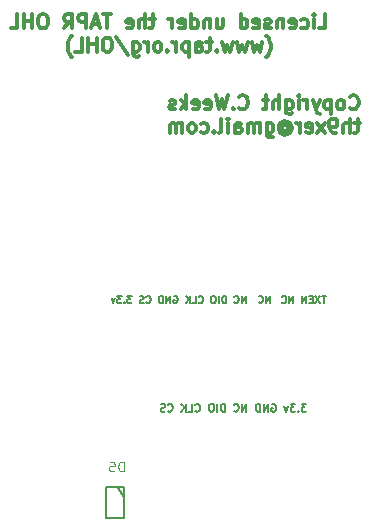
<source format=gbo>
G04 (created by PCBNEW (2013-03-19 BZR 4004)-stable) date 27/05/2013 10:57:22*
%MOIN*%
G04 Gerber Fmt 3.4, Leading zero omitted, Abs format*
%FSLAX34Y34*%
G01*
G70*
G90*
G04 APERTURE LIST*
%ADD10C,2.3622e-006*%
%ADD11C,0.00590551*%
%ADD12C,0.0118*%
%ADD13C,0.005*%
%ADD14C,0.0047*%
G04 APERTURE END LIST*
G54D10*
G54D11*
X49205Y-32845D02*
X49205Y-32609D01*
X49070Y-32845D01*
X49070Y-32609D01*
X48823Y-32823D02*
X48834Y-32834D01*
X48868Y-32845D01*
X48890Y-32845D01*
X48924Y-32834D01*
X48946Y-32811D01*
X48958Y-32789D01*
X48969Y-32744D01*
X48969Y-32710D01*
X48958Y-32665D01*
X48946Y-32643D01*
X48924Y-32620D01*
X48890Y-32609D01*
X48868Y-32609D01*
X48834Y-32620D01*
X48823Y-32631D01*
X51062Y-32619D02*
X50927Y-32619D01*
X50994Y-32855D02*
X50994Y-32619D01*
X50871Y-32619D02*
X50713Y-32855D01*
X50713Y-32619D02*
X50871Y-32855D01*
X50623Y-32731D02*
X50544Y-32731D01*
X50511Y-32855D02*
X50623Y-32855D01*
X50623Y-32619D01*
X50511Y-32619D01*
X50409Y-32855D02*
X50409Y-32619D01*
X50275Y-32855D01*
X50275Y-32619D01*
X49982Y-32855D02*
X49982Y-32619D01*
X49847Y-32855D01*
X49847Y-32619D01*
X49600Y-32833D02*
X49611Y-32844D01*
X49645Y-32855D01*
X49667Y-32855D01*
X49701Y-32844D01*
X49723Y-32821D01*
X49735Y-32799D01*
X49746Y-32754D01*
X49746Y-32720D01*
X49735Y-32675D01*
X49723Y-32653D01*
X49701Y-32630D01*
X49667Y-32619D01*
X49645Y-32619D01*
X49611Y-32630D01*
X49600Y-32641D01*
X48397Y-32855D02*
X48397Y-32619D01*
X48262Y-32855D01*
X48262Y-32619D01*
X48014Y-32833D02*
X48026Y-32844D01*
X48059Y-32855D01*
X48082Y-32855D01*
X48116Y-32844D01*
X48138Y-32821D01*
X48149Y-32799D01*
X48161Y-32754D01*
X48161Y-32720D01*
X48149Y-32675D01*
X48138Y-32653D01*
X48116Y-32630D01*
X48082Y-32619D01*
X48059Y-32619D01*
X48026Y-32630D01*
X48014Y-32641D01*
X47733Y-32855D02*
X47733Y-32619D01*
X47677Y-32619D01*
X47643Y-32630D01*
X47621Y-32653D01*
X47609Y-32675D01*
X47598Y-32720D01*
X47598Y-32754D01*
X47609Y-32799D01*
X47621Y-32821D01*
X47643Y-32844D01*
X47677Y-32855D01*
X47733Y-32855D01*
X47497Y-32855D02*
X47497Y-32619D01*
X47339Y-32619D02*
X47294Y-32619D01*
X47272Y-32630D01*
X47249Y-32653D01*
X47238Y-32698D01*
X47238Y-32776D01*
X47249Y-32821D01*
X47272Y-32844D01*
X47294Y-32855D01*
X47339Y-32855D01*
X47362Y-32844D01*
X47384Y-32821D01*
X47396Y-32776D01*
X47396Y-32698D01*
X47384Y-32653D01*
X47362Y-32630D01*
X47339Y-32619D01*
X46822Y-32833D02*
X46833Y-32844D01*
X46867Y-32855D01*
X46889Y-32855D01*
X46923Y-32844D01*
X46946Y-32821D01*
X46957Y-32799D01*
X46968Y-32754D01*
X46968Y-32720D01*
X46957Y-32675D01*
X46946Y-32653D01*
X46923Y-32630D01*
X46889Y-32619D01*
X46867Y-32619D01*
X46833Y-32630D01*
X46822Y-32641D01*
X46608Y-32855D02*
X46721Y-32855D01*
X46721Y-32619D01*
X46529Y-32855D02*
X46529Y-32619D01*
X46394Y-32855D02*
X46496Y-32720D01*
X46394Y-32619D02*
X46529Y-32754D01*
X45990Y-32630D02*
X46012Y-32619D01*
X46046Y-32619D01*
X46080Y-32630D01*
X46102Y-32653D01*
X46113Y-32675D01*
X46125Y-32720D01*
X46125Y-32754D01*
X46113Y-32799D01*
X46102Y-32821D01*
X46080Y-32844D01*
X46046Y-32855D01*
X46023Y-32855D01*
X45990Y-32844D01*
X45978Y-32833D01*
X45978Y-32754D01*
X46023Y-32754D01*
X45877Y-32855D02*
X45877Y-32619D01*
X45742Y-32855D01*
X45742Y-32619D01*
X45630Y-32855D02*
X45630Y-32619D01*
X45573Y-32619D01*
X45540Y-32630D01*
X45517Y-32653D01*
X45506Y-32675D01*
X45495Y-32720D01*
X45495Y-32754D01*
X45506Y-32799D01*
X45517Y-32821D01*
X45540Y-32844D01*
X45573Y-32855D01*
X45630Y-32855D01*
X45078Y-32833D02*
X45090Y-32844D01*
X45123Y-32855D01*
X45146Y-32855D01*
X45180Y-32844D01*
X45202Y-32821D01*
X45213Y-32799D01*
X45225Y-32754D01*
X45225Y-32720D01*
X45213Y-32675D01*
X45202Y-32653D01*
X45180Y-32630D01*
X45146Y-32619D01*
X45123Y-32619D01*
X45090Y-32630D01*
X45078Y-32641D01*
X44988Y-32844D02*
X44955Y-32855D01*
X44898Y-32855D01*
X44876Y-32844D01*
X44865Y-32833D01*
X44853Y-32810D01*
X44853Y-32788D01*
X44865Y-32765D01*
X44876Y-32754D01*
X44898Y-32743D01*
X44943Y-32731D01*
X44966Y-32720D01*
X44977Y-32709D01*
X44988Y-32686D01*
X44988Y-32664D01*
X44977Y-32641D01*
X44966Y-32630D01*
X44943Y-32619D01*
X44887Y-32619D01*
X44853Y-32630D01*
X44595Y-32619D02*
X44448Y-32619D01*
X44527Y-32709D01*
X44493Y-32709D01*
X44471Y-32720D01*
X44460Y-32731D01*
X44448Y-32754D01*
X44448Y-32810D01*
X44460Y-32833D01*
X44471Y-32844D01*
X44493Y-32855D01*
X44561Y-32855D01*
X44583Y-32844D01*
X44595Y-32833D01*
X44347Y-32833D02*
X44336Y-32844D01*
X44347Y-32855D01*
X44358Y-32844D01*
X44347Y-32833D01*
X44347Y-32855D01*
X44257Y-32619D02*
X44111Y-32619D01*
X44190Y-32709D01*
X44156Y-32709D01*
X44134Y-32720D01*
X44122Y-32731D01*
X44111Y-32754D01*
X44111Y-32810D01*
X44122Y-32833D01*
X44134Y-32844D01*
X44156Y-32855D01*
X44223Y-32855D01*
X44246Y-32844D01*
X44257Y-32833D01*
X44032Y-32698D02*
X43976Y-32855D01*
X43920Y-32698D01*
X50417Y-36217D02*
X50258Y-36217D01*
X50344Y-36315D01*
X50307Y-36315D01*
X50283Y-36327D01*
X50270Y-36339D01*
X50258Y-36363D01*
X50258Y-36424D01*
X50270Y-36449D01*
X50283Y-36461D01*
X50307Y-36473D01*
X50380Y-36473D01*
X50405Y-36461D01*
X50417Y-36449D01*
X50149Y-36449D02*
X50136Y-36461D01*
X50149Y-36473D01*
X50161Y-36461D01*
X50149Y-36449D01*
X50149Y-36473D01*
X50051Y-36217D02*
X49893Y-36217D01*
X49978Y-36315D01*
X49941Y-36315D01*
X49917Y-36327D01*
X49905Y-36339D01*
X49893Y-36363D01*
X49893Y-36424D01*
X49905Y-36449D01*
X49917Y-36461D01*
X49941Y-36473D01*
X50015Y-36473D01*
X50039Y-36461D01*
X50051Y-36449D01*
X49807Y-36302D02*
X49746Y-36473D01*
X49686Y-36302D01*
X49259Y-36229D02*
X49283Y-36217D01*
X49320Y-36217D01*
X49357Y-36229D01*
X49381Y-36254D01*
X49393Y-36278D01*
X49405Y-36327D01*
X49405Y-36363D01*
X49393Y-36412D01*
X49381Y-36437D01*
X49357Y-36461D01*
X49320Y-36473D01*
X49296Y-36473D01*
X49259Y-36461D01*
X49247Y-36449D01*
X49247Y-36363D01*
X49296Y-36363D01*
X49137Y-36473D02*
X49137Y-36217D01*
X48991Y-36473D01*
X48991Y-36217D01*
X48869Y-36473D02*
X48869Y-36217D01*
X48808Y-36217D01*
X48772Y-36229D01*
X48747Y-36254D01*
X48735Y-36278D01*
X48723Y-36327D01*
X48723Y-36363D01*
X48735Y-36412D01*
X48747Y-36437D01*
X48772Y-36461D01*
X48808Y-36473D01*
X48869Y-36473D01*
X48418Y-36473D02*
X48418Y-36217D01*
X48272Y-36473D01*
X48272Y-36217D01*
X48004Y-36449D02*
X48016Y-36461D01*
X48053Y-36473D01*
X48077Y-36473D01*
X48114Y-36461D01*
X48138Y-36437D01*
X48150Y-36412D01*
X48162Y-36363D01*
X48162Y-36327D01*
X48150Y-36278D01*
X48138Y-36254D01*
X48114Y-36229D01*
X48077Y-36217D01*
X48053Y-36217D01*
X48016Y-36229D01*
X48004Y-36242D01*
X47699Y-36473D02*
X47699Y-36217D01*
X47638Y-36217D01*
X47602Y-36229D01*
X47577Y-36254D01*
X47565Y-36278D01*
X47553Y-36327D01*
X47553Y-36363D01*
X47565Y-36412D01*
X47577Y-36437D01*
X47602Y-36461D01*
X47638Y-36473D01*
X47699Y-36473D01*
X47443Y-36473D02*
X47443Y-36217D01*
X47273Y-36217D02*
X47224Y-36217D01*
X47200Y-36229D01*
X47175Y-36254D01*
X47163Y-36302D01*
X47163Y-36388D01*
X47175Y-36437D01*
X47200Y-36461D01*
X47224Y-36473D01*
X47273Y-36473D01*
X47297Y-36461D01*
X47321Y-36437D01*
X47334Y-36388D01*
X47334Y-36302D01*
X47321Y-36254D01*
X47297Y-36229D01*
X47273Y-36217D01*
X46712Y-36449D02*
X46724Y-36461D01*
X46761Y-36473D01*
X46785Y-36473D01*
X46822Y-36461D01*
X46846Y-36437D01*
X46858Y-36412D01*
X46871Y-36363D01*
X46871Y-36327D01*
X46858Y-36278D01*
X46846Y-36254D01*
X46822Y-36229D01*
X46785Y-36217D01*
X46761Y-36217D01*
X46724Y-36229D01*
X46712Y-36242D01*
X46481Y-36473D02*
X46602Y-36473D01*
X46602Y-36217D01*
X46395Y-36473D02*
X46395Y-36217D01*
X46249Y-36473D02*
X46359Y-36327D01*
X46249Y-36217D02*
X46395Y-36363D01*
X45798Y-36449D02*
X45810Y-36461D01*
X45847Y-36473D01*
X45871Y-36473D01*
X45908Y-36461D01*
X45932Y-36437D01*
X45944Y-36412D01*
X45957Y-36363D01*
X45957Y-36327D01*
X45944Y-36278D01*
X45932Y-36254D01*
X45908Y-36229D01*
X45871Y-36217D01*
X45847Y-36217D01*
X45810Y-36229D01*
X45798Y-36242D01*
X45701Y-36461D02*
X45664Y-36473D01*
X45603Y-36473D01*
X45579Y-36461D01*
X45567Y-36449D01*
X45554Y-36424D01*
X45554Y-36400D01*
X45567Y-36376D01*
X45579Y-36363D01*
X45603Y-36351D01*
X45652Y-36339D01*
X45676Y-36327D01*
X45689Y-36315D01*
X45701Y-36290D01*
X45701Y-36266D01*
X45689Y-36242D01*
X45676Y-36229D01*
X45652Y-36217D01*
X45591Y-36217D01*
X45554Y-36229D01*
G54D12*
X51865Y-26356D02*
X51888Y-26378D01*
X51955Y-26401D01*
X52000Y-26401D01*
X52067Y-26378D01*
X52112Y-26333D01*
X52135Y-26288D01*
X52157Y-26198D01*
X52157Y-26131D01*
X52135Y-26041D01*
X52112Y-25996D01*
X52067Y-25951D01*
X52000Y-25929D01*
X51955Y-25929D01*
X51888Y-25951D01*
X51865Y-25974D01*
X51595Y-26401D02*
X51640Y-26378D01*
X51663Y-26356D01*
X51685Y-26311D01*
X51685Y-26176D01*
X51663Y-26131D01*
X51640Y-26108D01*
X51595Y-26086D01*
X51528Y-26086D01*
X51483Y-26108D01*
X51461Y-26131D01*
X51438Y-26176D01*
X51438Y-26311D01*
X51461Y-26356D01*
X51483Y-26378D01*
X51528Y-26401D01*
X51595Y-26401D01*
X51236Y-26086D02*
X51236Y-26558D01*
X51236Y-26108D02*
X51191Y-26086D01*
X51101Y-26086D01*
X51056Y-26108D01*
X51034Y-26131D01*
X51011Y-26176D01*
X51011Y-26311D01*
X51034Y-26356D01*
X51056Y-26378D01*
X51101Y-26401D01*
X51191Y-26401D01*
X51236Y-26378D01*
X50854Y-26086D02*
X50741Y-26401D01*
X50629Y-26086D02*
X50741Y-26401D01*
X50786Y-26513D01*
X50809Y-26535D01*
X50854Y-26558D01*
X50449Y-26401D02*
X50449Y-26086D01*
X50449Y-26176D02*
X50427Y-26131D01*
X50404Y-26108D01*
X50359Y-26086D01*
X50314Y-26086D01*
X50157Y-26401D02*
X50157Y-26086D01*
X50157Y-25929D02*
X50179Y-25951D01*
X50157Y-25974D01*
X50135Y-25951D01*
X50157Y-25929D01*
X50157Y-25974D01*
X49730Y-26086D02*
X49730Y-26468D01*
X49752Y-26513D01*
X49775Y-26535D01*
X49820Y-26558D01*
X49887Y-26558D01*
X49932Y-26535D01*
X49730Y-26378D02*
X49775Y-26401D01*
X49865Y-26401D01*
X49910Y-26378D01*
X49932Y-26356D01*
X49955Y-26311D01*
X49955Y-26176D01*
X49932Y-26131D01*
X49910Y-26108D01*
X49865Y-26086D01*
X49775Y-26086D01*
X49730Y-26108D01*
X49505Y-26401D02*
X49505Y-25929D01*
X49303Y-26401D02*
X49303Y-26153D01*
X49325Y-26108D01*
X49370Y-26086D01*
X49438Y-26086D01*
X49483Y-26108D01*
X49505Y-26131D01*
X49146Y-26086D02*
X48966Y-26086D01*
X49078Y-25929D02*
X49078Y-26333D01*
X49056Y-26378D01*
X49011Y-26401D01*
X48966Y-26401D01*
X48179Y-26356D02*
X48202Y-26378D01*
X48269Y-26401D01*
X48314Y-26401D01*
X48381Y-26378D01*
X48426Y-26333D01*
X48449Y-26288D01*
X48471Y-26198D01*
X48471Y-26131D01*
X48449Y-26041D01*
X48426Y-25996D01*
X48381Y-25951D01*
X48314Y-25929D01*
X48269Y-25929D01*
X48202Y-25951D01*
X48179Y-25974D01*
X47977Y-26356D02*
X47954Y-26378D01*
X47977Y-26401D01*
X47999Y-26378D01*
X47977Y-26356D01*
X47977Y-26401D01*
X47797Y-25929D02*
X47685Y-26401D01*
X47595Y-26063D01*
X47505Y-26401D01*
X47392Y-25929D01*
X47033Y-26378D02*
X47078Y-26401D01*
X47168Y-26401D01*
X47213Y-26378D01*
X47235Y-26333D01*
X47235Y-26153D01*
X47213Y-26108D01*
X47168Y-26086D01*
X47078Y-26086D01*
X47033Y-26108D01*
X47010Y-26153D01*
X47010Y-26198D01*
X47235Y-26243D01*
X46628Y-26378D02*
X46673Y-26401D01*
X46763Y-26401D01*
X46808Y-26378D01*
X46831Y-26333D01*
X46831Y-26153D01*
X46808Y-26108D01*
X46763Y-26086D01*
X46673Y-26086D01*
X46628Y-26108D01*
X46606Y-26153D01*
X46606Y-26198D01*
X46831Y-26243D01*
X46404Y-26401D02*
X46404Y-25929D01*
X46359Y-26221D02*
X46224Y-26401D01*
X46224Y-26086D02*
X46404Y-26266D01*
X46044Y-26378D02*
X45999Y-26401D01*
X45909Y-26401D01*
X45864Y-26378D01*
X45842Y-26333D01*
X45842Y-26311D01*
X45864Y-26266D01*
X45909Y-26243D01*
X45976Y-26243D01*
X46021Y-26221D01*
X46044Y-26176D01*
X46044Y-26153D01*
X46021Y-26108D01*
X45976Y-26086D01*
X45909Y-26086D01*
X45864Y-26108D01*
X52191Y-26865D02*
X52011Y-26865D01*
X52124Y-26707D02*
X52124Y-27112D01*
X52101Y-27157D01*
X52056Y-27179D01*
X52011Y-27179D01*
X51854Y-27179D02*
X51854Y-26707D01*
X51652Y-27179D02*
X51652Y-26932D01*
X51674Y-26887D01*
X51719Y-26865D01*
X51787Y-26865D01*
X51832Y-26887D01*
X51854Y-26910D01*
X51404Y-27179D02*
X51315Y-27179D01*
X51270Y-27157D01*
X51247Y-27134D01*
X51202Y-27067D01*
X51180Y-26977D01*
X51180Y-26797D01*
X51202Y-26752D01*
X51225Y-26730D01*
X51270Y-26707D01*
X51360Y-26707D01*
X51404Y-26730D01*
X51427Y-26752D01*
X51449Y-26797D01*
X51449Y-26910D01*
X51427Y-26955D01*
X51404Y-26977D01*
X51360Y-27000D01*
X51270Y-27000D01*
X51225Y-26977D01*
X51202Y-26955D01*
X51180Y-26910D01*
X51022Y-27179D02*
X50775Y-26865D01*
X51022Y-26865D02*
X50775Y-27179D01*
X50416Y-27157D02*
X50460Y-27179D01*
X50550Y-27179D01*
X50595Y-27157D01*
X50618Y-27112D01*
X50618Y-26932D01*
X50595Y-26887D01*
X50550Y-26865D01*
X50460Y-26865D01*
X50416Y-26887D01*
X50393Y-26932D01*
X50393Y-26977D01*
X50618Y-27022D01*
X50191Y-27179D02*
X50191Y-26865D01*
X50191Y-26955D02*
X50168Y-26910D01*
X50146Y-26887D01*
X50101Y-26865D01*
X50056Y-26865D01*
X49606Y-26955D02*
X49629Y-26932D01*
X49674Y-26910D01*
X49719Y-26910D01*
X49764Y-26932D01*
X49786Y-26955D01*
X49809Y-27000D01*
X49809Y-27044D01*
X49786Y-27089D01*
X49764Y-27112D01*
X49719Y-27134D01*
X49674Y-27134D01*
X49629Y-27112D01*
X49606Y-27089D01*
X49606Y-26910D02*
X49606Y-27089D01*
X49584Y-27112D01*
X49561Y-27112D01*
X49516Y-27089D01*
X49494Y-27044D01*
X49494Y-26932D01*
X49539Y-26865D01*
X49606Y-26820D01*
X49696Y-26797D01*
X49786Y-26820D01*
X49854Y-26865D01*
X49899Y-26932D01*
X49921Y-27022D01*
X49899Y-27112D01*
X49854Y-27179D01*
X49786Y-27224D01*
X49696Y-27247D01*
X49606Y-27224D01*
X49539Y-27179D01*
X49089Y-26865D02*
X49089Y-27247D01*
X49112Y-27292D01*
X49134Y-27314D01*
X49179Y-27337D01*
X49247Y-27337D01*
X49292Y-27314D01*
X49089Y-27157D02*
X49134Y-27179D01*
X49224Y-27179D01*
X49269Y-27157D01*
X49292Y-27134D01*
X49314Y-27089D01*
X49314Y-26955D01*
X49292Y-26910D01*
X49269Y-26887D01*
X49224Y-26865D01*
X49134Y-26865D01*
X49089Y-26887D01*
X48865Y-27179D02*
X48865Y-26865D01*
X48865Y-26910D02*
X48842Y-26887D01*
X48797Y-26865D01*
X48730Y-26865D01*
X48685Y-26887D01*
X48662Y-26932D01*
X48662Y-27179D01*
X48662Y-26932D02*
X48640Y-26887D01*
X48595Y-26865D01*
X48528Y-26865D01*
X48483Y-26887D01*
X48460Y-26932D01*
X48460Y-27179D01*
X48033Y-27179D02*
X48033Y-26932D01*
X48056Y-26887D01*
X48100Y-26865D01*
X48190Y-26865D01*
X48235Y-26887D01*
X48033Y-27157D02*
X48078Y-27179D01*
X48190Y-27179D01*
X48235Y-27157D01*
X48258Y-27112D01*
X48258Y-27067D01*
X48235Y-27022D01*
X48190Y-27000D01*
X48078Y-27000D01*
X48033Y-26977D01*
X47808Y-27179D02*
X47808Y-26865D01*
X47808Y-26707D02*
X47831Y-26730D01*
X47808Y-26752D01*
X47786Y-26730D01*
X47808Y-26707D01*
X47808Y-26752D01*
X47516Y-27179D02*
X47561Y-27157D01*
X47584Y-27112D01*
X47584Y-26707D01*
X47336Y-27134D02*
X47314Y-27157D01*
X47336Y-27179D01*
X47359Y-27157D01*
X47336Y-27134D01*
X47336Y-27179D01*
X46909Y-27157D02*
X46954Y-27179D01*
X47044Y-27179D01*
X47089Y-27157D01*
X47112Y-27134D01*
X47134Y-27089D01*
X47134Y-26955D01*
X47112Y-26910D01*
X47089Y-26887D01*
X47044Y-26865D01*
X46954Y-26865D01*
X46909Y-26887D01*
X46640Y-27179D02*
X46684Y-27157D01*
X46707Y-27134D01*
X46729Y-27089D01*
X46729Y-26955D01*
X46707Y-26910D01*
X46684Y-26887D01*
X46640Y-26865D01*
X46572Y-26865D01*
X46527Y-26887D01*
X46505Y-26910D01*
X46482Y-26955D01*
X46482Y-27089D01*
X46505Y-27134D01*
X46527Y-27157D01*
X46572Y-27179D01*
X46640Y-27179D01*
X46280Y-27179D02*
X46280Y-26865D01*
X46280Y-26910D02*
X46257Y-26887D01*
X46212Y-26865D01*
X46145Y-26865D01*
X46100Y-26887D01*
X46078Y-26932D01*
X46078Y-27179D01*
X46078Y-26932D02*
X46055Y-26887D01*
X46010Y-26865D01*
X45943Y-26865D01*
X45898Y-26887D01*
X45875Y-26932D01*
X45875Y-27179D01*
X50827Y-23703D02*
X51052Y-23703D01*
X51052Y-23231D01*
X50670Y-23703D02*
X50670Y-23388D01*
X50670Y-23231D02*
X50692Y-23253D01*
X50670Y-23276D01*
X50647Y-23253D01*
X50670Y-23231D01*
X50670Y-23276D01*
X50243Y-23680D02*
X50288Y-23703D01*
X50378Y-23703D01*
X50423Y-23680D01*
X50445Y-23658D01*
X50468Y-23613D01*
X50468Y-23478D01*
X50445Y-23433D01*
X50423Y-23410D01*
X50378Y-23388D01*
X50288Y-23388D01*
X50243Y-23410D01*
X49861Y-23680D02*
X49906Y-23703D01*
X49996Y-23703D01*
X50041Y-23680D01*
X50063Y-23635D01*
X50063Y-23455D01*
X50041Y-23410D01*
X49996Y-23388D01*
X49906Y-23388D01*
X49861Y-23410D01*
X49838Y-23455D01*
X49838Y-23500D01*
X50063Y-23545D01*
X49636Y-23388D02*
X49636Y-23703D01*
X49636Y-23433D02*
X49613Y-23410D01*
X49569Y-23388D01*
X49501Y-23388D01*
X49456Y-23410D01*
X49434Y-23455D01*
X49434Y-23703D01*
X49231Y-23680D02*
X49186Y-23703D01*
X49097Y-23703D01*
X49052Y-23680D01*
X49029Y-23635D01*
X49029Y-23613D01*
X49052Y-23568D01*
X49097Y-23545D01*
X49164Y-23545D01*
X49209Y-23523D01*
X49231Y-23478D01*
X49231Y-23455D01*
X49209Y-23410D01*
X49164Y-23388D01*
X49097Y-23388D01*
X49052Y-23410D01*
X48647Y-23680D02*
X48692Y-23703D01*
X48782Y-23703D01*
X48827Y-23680D01*
X48849Y-23635D01*
X48849Y-23455D01*
X48827Y-23410D01*
X48782Y-23388D01*
X48692Y-23388D01*
X48647Y-23410D01*
X48625Y-23455D01*
X48625Y-23500D01*
X48849Y-23545D01*
X48220Y-23703D02*
X48220Y-23231D01*
X48220Y-23680D02*
X48265Y-23703D01*
X48355Y-23703D01*
X48400Y-23680D01*
X48422Y-23658D01*
X48445Y-23613D01*
X48445Y-23478D01*
X48422Y-23433D01*
X48400Y-23410D01*
X48355Y-23388D01*
X48265Y-23388D01*
X48220Y-23410D01*
X47433Y-23388D02*
X47433Y-23703D01*
X47636Y-23388D02*
X47636Y-23635D01*
X47613Y-23680D01*
X47568Y-23703D01*
X47501Y-23703D01*
X47456Y-23680D01*
X47433Y-23658D01*
X47209Y-23388D02*
X47209Y-23703D01*
X47209Y-23433D02*
X47186Y-23410D01*
X47141Y-23388D01*
X47074Y-23388D01*
X47029Y-23410D01*
X47006Y-23455D01*
X47006Y-23703D01*
X46579Y-23703D02*
X46579Y-23231D01*
X46579Y-23680D02*
X46624Y-23703D01*
X46714Y-23703D01*
X46759Y-23680D01*
X46781Y-23658D01*
X46804Y-23613D01*
X46804Y-23478D01*
X46781Y-23433D01*
X46759Y-23410D01*
X46714Y-23388D01*
X46624Y-23388D01*
X46579Y-23410D01*
X46175Y-23680D02*
X46220Y-23703D01*
X46309Y-23703D01*
X46354Y-23680D01*
X46377Y-23635D01*
X46377Y-23455D01*
X46354Y-23410D01*
X46309Y-23388D01*
X46220Y-23388D01*
X46175Y-23410D01*
X46152Y-23455D01*
X46152Y-23500D01*
X46377Y-23545D01*
X45950Y-23703D02*
X45950Y-23388D01*
X45950Y-23478D02*
X45927Y-23433D01*
X45905Y-23410D01*
X45860Y-23388D01*
X45815Y-23388D01*
X45366Y-23388D02*
X45186Y-23388D01*
X45298Y-23231D02*
X45298Y-23635D01*
X45276Y-23680D01*
X45231Y-23703D01*
X45186Y-23703D01*
X45028Y-23703D02*
X45028Y-23231D01*
X44826Y-23703D02*
X44826Y-23455D01*
X44849Y-23410D01*
X44894Y-23388D01*
X44961Y-23388D01*
X45006Y-23410D01*
X45028Y-23433D01*
X44422Y-23680D02*
X44466Y-23703D01*
X44556Y-23703D01*
X44601Y-23680D01*
X44624Y-23635D01*
X44624Y-23455D01*
X44601Y-23410D01*
X44556Y-23388D01*
X44466Y-23388D01*
X44422Y-23410D01*
X44399Y-23455D01*
X44399Y-23500D01*
X44624Y-23545D01*
X43905Y-23231D02*
X43635Y-23231D01*
X43770Y-23703D02*
X43770Y-23231D01*
X43500Y-23568D02*
X43275Y-23568D01*
X43545Y-23703D02*
X43388Y-23231D01*
X43230Y-23703D01*
X43073Y-23703D02*
X43073Y-23231D01*
X42893Y-23231D01*
X42848Y-23253D01*
X42826Y-23276D01*
X42803Y-23320D01*
X42803Y-23388D01*
X42826Y-23433D01*
X42848Y-23455D01*
X42893Y-23478D01*
X43073Y-23478D01*
X42331Y-23703D02*
X42489Y-23478D01*
X42601Y-23703D02*
X42601Y-23231D01*
X42421Y-23231D01*
X42376Y-23253D01*
X42354Y-23276D01*
X42331Y-23320D01*
X42331Y-23388D01*
X42354Y-23433D01*
X42376Y-23455D01*
X42421Y-23478D01*
X42601Y-23478D01*
X41679Y-23231D02*
X41590Y-23231D01*
X41545Y-23253D01*
X41500Y-23298D01*
X41477Y-23388D01*
X41477Y-23545D01*
X41500Y-23635D01*
X41545Y-23680D01*
X41590Y-23703D01*
X41679Y-23703D01*
X41724Y-23680D01*
X41769Y-23635D01*
X41792Y-23545D01*
X41792Y-23388D01*
X41769Y-23298D01*
X41724Y-23253D01*
X41679Y-23231D01*
X41275Y-23703D02*
X41275Y-23231D01*
X41275Y-23455D02*
X41005Y-23455D01*
X41005Y-23703D02*
X41005Y-23231D01*
X40556Y-23703D02*
X40780Y-23703D01*
X40780Y-23231D01*
X49085Y-24661D02*
X49108Y-24639D01*
X49153Y-24571D01*
X49175Y-24526D01*
X49198Y-24459D01*
X49220Y-24346D01*
X49220Y-24257D01*
X49198Y-24144D01*
X49175Y-24077D01*
X49153Y-24032D01*
X49108Y-23964D01*
X49085Y-23942D01*
X48950Y-24167D02*
X48861Y-24481D01*
X48771Y-24257D01*
X48681Y-24481D01*
X48591Y-24167D01*
X48456Y-24167D02*
X48366Y-24481D01*
X48276Y-24257D01*
X48186Y-24481D01*
X48096Y-24167D01*
X47962Y-24167D02*
X47872Y-24481D01*
X47782Y-24257D01*
X47692Y-24481D01*
X47602Y-24167D01*
X47422Y-24436D02*
X47400Y-24459D01*
X47422Y-24481D01*
X47445Y-24459D01*
X47422Y-24436D01*
X47422Y-24481D01*
X47265Y-24167D02*
X47085Y-24167D01*
X47197Y-24009D02*
X47197Y-24414D01*
X47175Y-24459D01*
X47130Y-24481D01*
X47085Y-24481D01*
X46725Y-24481D02*
X46725Y-24234D01*
X46748Y-24189D01*
X46793Y-24167D01*
X46883Y-24167D01*
X46928Y-24189D01*
X46725Y-24459D02*
X46770Y-24481D01*
X46883Y-24481D01*
X46928Y-24459D01*
X46950Y-24414D01*
X46950Y-24369D01*
X46928Y-24324D01*
X46883Y-24302D01*
X46770Y-24302D01*
X46725Y-24279D01*
X46501Y-24167D02*
X46501Y-24639D01*
X46501Y-24189D02*
X46456Y-24167D01*
X46366Y-24167D01*
X46321Y-24189D01*
X46298Y-24212D01*
X46276Y-24257D01*
X46276Y-24391D01*
X46298Y-24436D01*
X46321Y-24459D01*
X46366Y-24481D01*
X46456Y-24481D01*
X46501Y-24459D01*
X46074Y-24481D02*
X46074Y-24167D01*
X46074Y-24257D02*
X46051Y-24212D01*
X46029Y-24189D01*
X45984Y-24167D01*
X45939Y-24167D01*
X45781Y-24436D02*
X45759Y-24459D01*
X45781Y-24481D01*
X45804Y-24459D01*
X45781Y-24436D01*
X45781Y-24481D01*
X45489Y-24481D02*
X45534Y-24459D01*
X45557Y-24436D01*
X45579Y-24391D01*
X45579Y-24257D01*
X45557Y-24212D01*
X45534Y-24189D01*
X45489Y-24167D01*
X45422Y-24167D01*
X45377Y-24189D01*
X45354Y-24212D01*
X45332Y-24257D01*
X45332Y-24391D01*
X45354Y-24436D01*
X45377Y-24459D01*
X45422Y-24481D01*
X45489Y-24481D01*
X45130Y-24481D02*
X45130Y-24167D01*
X45130Y-24257D02*
X45107Y-24212D01*
X45085Y-24189D01*
X45040Y-24167D01*
X44995Y-24167D01*
X44635Y-24167D02*
X44635Y-24549D01*
X44658Y-24594D01*
X44680Y-24616D01*
X44725Y-24639D01*
X44792Y-24639D01*
X44837Y-24616D01*
X44635Y-24459D02*
X44680Y-24481D01*
X44770Y-24481D01*
X44815Y-24459D01*
X44837Y-24436D01*
X44860Y-24391D01*
X44860Y-24257D01*
X44837Y-24212D01*
X44815Y-24189D01*
X44770Y-24167D01*
X44680Y-24167D01*
X44635Y-24189D01*
X44073Y-23987D02*
X44478Y-24594D01*
X43826Y-24009D02*
X43736Y-24009D01*
X43691Y-24032D01*
X43646Y-24077D01*
X43624Y-24167D01*
X43624Y-24324D01*
X43646Y-24414D01*
X43691Y-24459D01*
X43736Y-24481D01*
X43826Y-24481D01*
X43871Y-24459D01*
X43916Y-24414D01*
X43938Y-24324D01*
X43938Y-24167D01*
X43916Y-24077D01*
X43871Y-24032D01*
X43826Y-24009D01*
X43421Y-24481D02*
X43421Y-24009D01*
X43421Y-24234D02*
X43152Y-24234D01*
X43152Y-24481D02*
X43152Y-24009D01*
X42702Y-24481D02*
X42927Y-24481D01*
X42927Y-24009D01*
X42590Y-24661D02*
X42567Y-24639D01*
X42522Y-24571D01*
X42500Y-24526D01*
X42477Y-24459D01*
X42455Y-24346D01*
X42455Y-24257D01*
X42477Y-24144D01*
X42500Y-24077D01*
X42522Y-24032D01*
X42567Y-23964D01*
X42590Y-23942D01*
G54D13*
X44344Y-39308D02*
X44144Y-39008D01*
X44344Y-40008D02*
X44344Y-38983D01*
X44344Y-38983D02*
X43744Y-38983D01*
X43744Y-38983D02*
X43744Y-40008D01*
X43744Y-40008D02*
X44344Y-40008D01*
G54D14*
X44326Y-38467D02*
X44326Y-38152D01*
X44251Y-38152D01*
X44206Y-38167D01*
X44176Y-38197D01*
X44161Y-38227D01*
X44146Y-38287D01*
X44146Y-38332D01*
X44161Y-38392D01*
X44176Y-38422D01*
X44206Y-38452D01*
X44251Y-38467D01*
X44326Y-38467D01*
X43861Y-38152D02*
X44011Y-38152D01*
X44026Y-38302D01*
X44011Y-38287D01*
X43981Y-38272D01*
X43906Y-38272D01*
X43876Y-38287D01*
X43861Y-38302D01*
X43846Y-38332D01*
X43846Y-38407D01*
X43861Y-38437D01*
X43876Y-38452D01*
X43906Y-38467D01*
X43981Y-38467D01*
X44011Y-38452D01*
X44026Y-38437D01*
M02*

</source>
